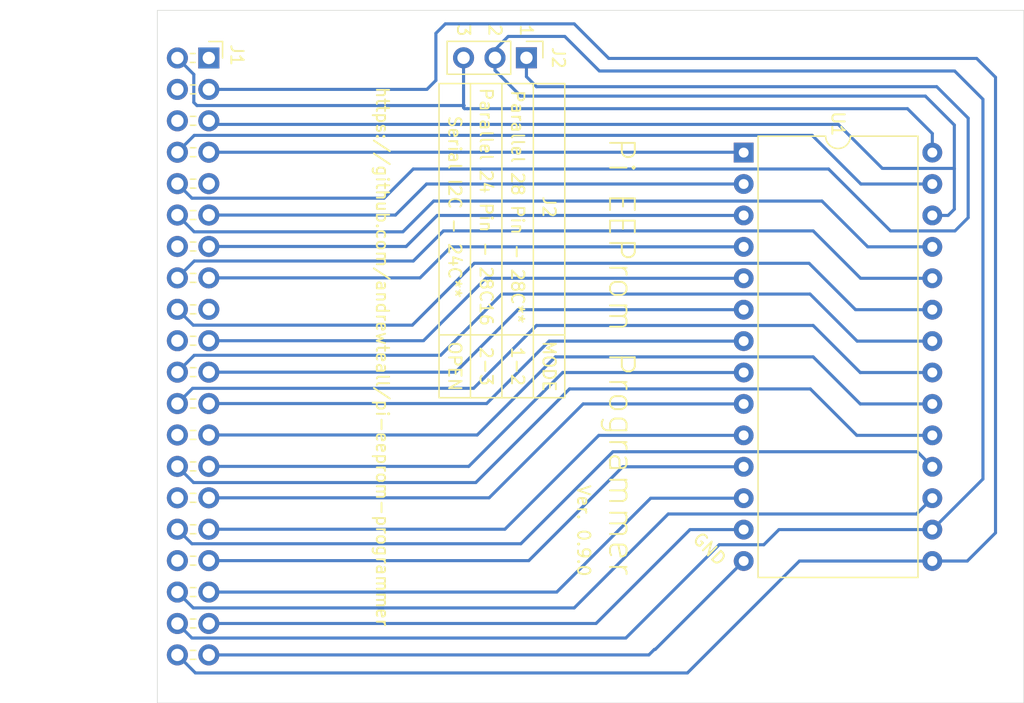
<source format=kicad_pcb>
(kicad_pcb (version 20211014) (generator pcbnew)
  (title_block (title "Pi EEPROM Programmer") (date "2023-08-08") (rev "0.9.0"))
  (layers (0 "F.Cu" signal) (31 "B.Cu" signal) (34 "B.Paste" user) (35 "F.Paste" user) (36 "B.SilkS" user "B.Silkscreen") (37 "F.SilkS" user "F.Silkscreen") (38 "B.Mask" user) (39 "F.Mask" user) (44 "Edge.Cuts" user))
  (net 0 "")
  (net 1 "3v3")
  (net 2 "5v")
  (net 3 "GND")
  (net 4 "#4")
  (net 5 "TXD")
  (net 6 "RXD")
  (net 7 "#17")
  (net 8 "#18")
  (net 9 "#27")
  (net 10 "#22")
  (net 11 "#23")
  (net 12 "#24")
  (net 13 "MOSI")
  (net 14 "MISO")
  (net 15 "#25")
  (net 16 "SCLK")
  (net 17 "CE0")
  (net 18 "CE1")
  (net 19 "EED")
  (net 20 "EEC")
  (net 21 "#5")
  (net 22 "#6")
  (net 23 "#12")
  (net 24 "#13")
  (net 25 "#19")
  (net 26 "#16")
  (net 27 "#26")
  (net 28 "#20")
  (net 29 "#21")
  (net 30 "GND1")
  (footprint "Connector_PinSocket_2.54mm:PinSocket_2x20_P2.54mm_Horizontal" (layer "F.Cu") (at 136.595201 44.9215)
    (fp_text reference "J1" (at 2.2748 -0.23 270 unlocked) (layer "F.SilkS"))
    (fp_text value "Raspberry Pi GPIO Connector")
    (fp_line (start -1.49 38.46) (end -1.05 38.46) (layer "F.SilkS") (width 0.12))
    (fp_line (start -1.49 9.8) (end -1.05 9.8) (layer "F.SilkS") (width 0.12))
    (fp_line (start -1.49 47.9) (end -1.05 47.9) (layer "F.SilkS") (width 0.12))
    (fp_line (start -1.49 30.12) (end -1.05 30.12) (layer "F.SilkS") (width 0.12))
    (fp_line (start -1.49 4.72) (end -1.05 4.72) (layer "F.SilkS") (width 0.12))
    (fp_line (start -1.49 32.66) (end -1.05 32.66) (layer "F.SilkS") (width 0.12))
    (fp_line (start -1.49 14.88) (end -1.05 14.88) (layer "F.SilkS") (width 0.12))
    (fp_line (start -1.49 5.44) (end -1.05 5.44) (layer "F.SilkS") (width 0.12))
    (fp_line (start -1.49 42.82) (end -1.05 42.82) (layer "F.SilkS") (width 0.12))
    (fp_line (start -1.49 23.22) (end -1.05 23.22) (layer "F.SilkS") (width 0.12))
    (fp_line (start -1.49 22.5) (end -1.05 22.5) (layer "F.SilkS") (width 0.12))
    (fp_line (start -1.49 27.58) (end -1.05 27.58) (layer "F.SilkS") (width 0.12))
    (fp_line (start -1.49 12.34) (end -1.05 12.34) (layer "F.SilkS") (width 0.12))
    (fp_line (start -1.49 45.36) (end -1.05 45.36) (layer "F.SilkS") (width 0.12))
    (fp_line (start -1.49 46.08) (end -1.05 46.08) (layer "F.SilkS") (width 0.12))
    (fp_line (start -1.49 20.68) (end -1.05 20.68) (layer "F.SilkS") (width 0.12))
    (fp_line (start -1.49 25.76) (end -1.05 25.76) (layer "F.SilkS") (width 0.12))
    (fp_line (start -1.49 37.74) (end -1.05 37.74) (layer "F.SilkS") (width 0.12))
    (fp_line (start -1.49 41) (end -1.05 41) (layer "F.SilkS") (width 0.12))
    (fp_line (start -1.49 25.04) (end -1.05 25.04) (layer "F.SilkS") (width 0.12))
    (fp_line (start -1.49 7.98) (end -1.05 7.98) (layer "F.SilkS") (width 0.12))
    (fp_line (start -1.49 13.06) (end -1.05 13.06) (layer "F.SilkS") (width 0.12))
    (fp_line (start 1.11 -1.33) (end 1.11 0) (layer "F.SilkS") (width 0.12))
    (fp_line (start -1.49 2.18) (end -1.05 2.18) (layer "F.SilkS") (width 0.12))
    (fp_line (start -1.49 43.54) (end -1.05 43.54) (layer "F.SilkS") (width 0.12))
    (fp_line (start -1.49 7.26) (end -1.05 7.26) (layer "F.SilkS") (width 0.12))
    (fp_line (start -1.49 30.84) (end -1.05 30.84) (layer "F.SilkS") (width 0.12))
    (fp_line (start -1.49 2.9) (end -1.05 2.9) (layer "F.SilkS") (width 0.12))
    (fp_line (start 0 -1.33) (end 1.11 -1.33) (layer "F.SilkS") (width 0.12))
    (fp_line (start -1.49 18.14) (end -1.05 18.14) (layer "F.SilkS") (width 0.12))
    (fp_line (start -1.49 35.2) (end -1.05 35.2) (layer "F.SilkS") (width 0.12))
    (fp_line (start -1.49 28.3) (end -1.05 28.3) (layer "F.SilkS") (width 0.12))
    (fp_line (start -1.49 15.6) (end -1.05 15.6) (layer "F.SilkS") (width 0.12))
    (fp_line (start -1.49 17.42) (end -1.05 17.42) (layer "F.SilkS") (width 0.12))
    (fp_line (start -1.49 19.96) (end -1.05 19.96) (layer "F.SilkS") (width 0.12))
    (fp_line (start -1.49 35.92) (end -1.05 35.92) (layer "F.SilkS") (width 0.12))
    (fp_line (start -1.49 10.52) (end -1.05 10.52) (layer "F.SilkS") (width 0.12))
    (fp_line (start -1.49 33.38) (end -1.05 33.38) (layer "F.SilkS") (width 0.12))
    (fp_line (start -1.49 0.36) (end -1.11 0.36) (layer "F.SilkS") (width 0.12))
    (fp_line (start -1.49 48.62) (end -1.05 48.62) (layer "F.SilkS") (width 0.12))
    (fp_line (start -1.49 -0.36) (end -1.11 -0.36) (layer "F.SilkS") (width 0.12))
    (fp_line (start -1.49 40.28) (end -1.05 40.28) (layer "F.SilkS") (width 0.12))
    (pad "1" thru_hole rect (at 0 0) (size 1.7 1.7) (drill 1) (layers *.Cu *.Mask) (net 1 "3v3"))
    (pad "2" thru_hole oval (at -2.54 0) (size 1.7 1.7) (drill 1) (layers *.Cu *.Mask) (net 2 "5v"))
    (pad "3" thru_hole oval (at 0 2.54) (size 1.7 1.7) (drill 1) (layers *.Cu *.Mask) (net 29 "#21"))
    (pad "4" thru_hole oval (at -2.54 2.54) (size 1.7 1.7) (drill 1) (layers *.Cu *.Mask))
    (pad "5" thru_hole oval (at 0 5.08) (size 1.7 1.7) (drill 1) (layers *.Cu *.Mask) (net 28 "#20"))
    (pad "6" thru_hole oval (at -2.54 5.08) (size 1.7 1.7) (drill 1) (layers *.Cu *.Mask))
    (pad "7" thru_hole oval (at 0 7.62) (size 1.7 1.7) (drill 1) (layers *.Cu *.Mask) (net 4 "#4"))
    (pad "8" thru_hole oval (at -2.54 7.62) (size 1.7 1.7) (drill 1) (layers *.Cu *.Mask) (net 5 "TXD"))
    (pad "9" thru_hole oval (at 0 10.16) (size 1.7 1.7) (drill 1) (layers *.Cu *.Mask))
    (pad "10" thru_hole oval (at -2.54 10.16) (size 1.7 1.7) (drill 1) (layers *.Cu *.Mask) (net 6 "RXD"))
    (pad "11" thru_hole oval (at 0 12.7) (size 1.7 1.7) (drill 1) (layers *.Cu *.Mask) (net 7 "#17"))
    (pad "12" thru_hole oval (at -2.54 12.7) (size 1.7 1.7) (drill 1) (layers *.Cu *.Mask) (net 8 "#18"))
    (pad "13" thru_hole oval (at 0 15.24) (size 1.7 1.7) (drill 1) (layers *.Cu *.Mask) (net 9 "#27"))
    (pad "14" thru_hole oval (at -2.54 15.24) (size 1.7 1.7) (drill 1) (layers *.Cu *.Mask))
    (pad "15" thru_hole oval (at 0 17.78) (size 1.7 1.7) (drill 1) (layers *.Cu *.Mask) (net 10 "#22"))
    (pad "16" thru_hole oval (at -2.54 17.78) (size 1.7 1.7) (drill 1) (layers *.Cu *.Mask) (net 11 "#23"))
    (pad "17" thru_hole oval (at 0 20.32) (size 1.7 1.7) (drill 1) (layers *.Cu *.Mask))
    (pad "18" thru_hole oval (at -2.54 20.32) (size 1.7 1.7) (drill 1) (layers *.Cu *.Mask) (net 12 "#24"))
    (pad "19" thru_hole oval (at 0 22.86) (size 1.7 1.7) (drill 1) (layers *.Cu *.Mask) (net 13 "MOSI"))
    (pad "20" thru_hole oval (at -2.54 22.86) (size 1.7 1.7) (drill 1) (layers *.Cu *.Mask))
    (pad "21" thru_hole oval (at 0 25.4) (size 1.7 1.7) (drill 1) (layers *.Cu *.Mask) (net 14 "MISO"))
    (pad "22" thru_hole oval (at -2.54 25.4) (size 1.7 1.7) (drill 1) (layers *.Cu *.Mask) (net 15 "#25"))
    (pad "23" thru_hole oval (at 0 27.94) (size 1.7 1.7) (drill 1) (layers *.Cu *.Mask) (net 16 "SCLK"))
    (pad "24" thru_hole oval (at -2.54 27.94) (size 1.7 1.7) (drill 1) (layers *.Cu *.Mask) (net 17 "CE0"))
    (pad "25" thru_hole oval (at 0 30.48) (size 1.7 1.7) (drill 1) (layers *.Cu *.Mask) (net 30 "GND1"))
    (pad "26" thru_hole oval (at -2.54 30.48) (size 1.7 1.7) (drill 1) (layers *.Cu *.Mask) (net 18 "CE1"))
    (pad "27" thru_hole oval (at 0 33.02) (size 1.7 1.7) (drill 1) (layers *.Cu *.Mask) (net 19 "EED"))
    (pad "28" thru_hole oval (at -2.54 33.02) (size 1.7 1.7) (drill 1) (layers *.Cu *.Mask) (net 20 "EEC"))
    (pad "29" thru_hole oval (at 0 35.56) (size 1.7 1.7) (drill 1) (layers *.Cu *.Mask) (net 21 "#5"))
    (pad "30" thru_hole oval (at -2.54 35.56) (size 1.7 1.7) (drill 1) (layers *.Cu *.Mask))
    (pad "31" thru_hole oval (at 0 38.1) (size 1.7 1.7) (drill 1) (layers *.Cu *.Mask) (net 22 "#6"))
    (pad "32" thru_hole oval (at -2.54 38.1) (size 1.7 1.7) (drill 1) (layers *.Cu *.Mask) (net 23 "#12"))
    (pad "33" thru_hole oval (at 0 40.64) (size 1.7 1.7) (drill 1) (layers *.Cu *.Mask) (net 24 "#13"))
    (pad "34" thru_hole oval (at -2.54 40.64) (size 1.7 1.7) (drill 1) (layers *.Cu *.Mask))
    (pad "35" thru_hole oval (at 0 43.18) (size 1.7 1.7) (drill 1) (layers *.Cu *.Mask) (net 25 "#19"))
    (pad "36" thru_hole oval (at -2.54 43.18) (size 1.7 1.7) (drill 1) (layers *.Cu *.Mask) (net 26 "#16"))
    (pad "37" thru_hole oval (at 0 45.72) (size 1.7 1.7) (drill 1) (layers *.Cu *.Mask) (net 27 "#26"))
    (pad "38" thru_hole oval (at -2.54 45.72) (size 1.7 1.7) (drill 1) (layers *.Cu *.Mask) (net 28 "#20"))
    (pad "39" thru_hole oval (at 0 48.26) (size 1.7 1.7) (drill 1) (layers *.Cu *.Mask) (net 3 "GND"))
    (pad "40" thru_hole oval (at -2.54 48.26) (size 1.7 1.7) (drill 1) (layers *.Cu *.Mask) (net 29 "#21"))
  )
  (footprint "Package_DIP:DIP-28_W15.24mm" (layer "F.Cu") (at 179.8066 52.5715)
    (fp_text reference "U1" (at 7.62 -2.33 270 unlocked) (layer "F.SilkS"))
    (fp_text value "ZIF Socket")
    (fp_line (start 14.08 34.35) (end 14.08 -1.33) (layer "F.SilkS") (width 0.12))
    (fp_line (start 14.08 -1.33) (end 8.62 -1.33) (layer "F.SilkS") (width 0.12))
    (fp_line (start 6.62 -1.33) (end 1.16 -1.33) (layer "F.SilkS") (width 0.12))
    (fp_line (start 1.16 -1.33) (end 1.16 34.35) (layer "F.SilkS") (width 0.12))
    (fp_line (start 1.16 34.35) (end 14.08 34.35) (layer "F.SilkS") (width 0.12))
    (fp_arc (start 8.62 -1.33) (mid 7.62 -0.33) (end 6.62 -1.33) (layer "F.SilkS") (width 0.12))
    (pad "1" thru_hole rect locked (at 0 0) (size 1.6 1.6) (drill 0.8) (layers *.Cu *.Mask) (net 4 "#4"))
    (pad "2" thru_hole oval locked (at 0 2.54) (size 1.6 1.6) (drill 0.8) (layers *.Cu *.Mask) (net 7 "#17"))
    (pad "3" thru_hole oval locked (at 0 5.08) (size 1.6 1.6) (drill 0.8) (layers *.Cu *.Mask) (net 9 "#27"))
    (pad "4" thru_hole oval locked (at 0 7.62) (size 1.6 1.6) (drill 0.8) (layers *.Cu *.Mask) (net 10 "#22"))
    (pad "5" thru_hole oval locked (at 0 10.16) (size 1.6 1.6) (drill 0.8) (layers *.Cu *.Mask) (net 13 "MOSI"))
    (pad "6" thru_hole oval locked (at 0 12.7) (size 1.6 1.6) (drill 0.8) (layers *.Cu *.Mask) (net 14 "MISO"))
    (pad "7" thru_hole oval locked (at 0 15.24) (size 1.6 1.6) (drill 0.8) (layers *.Cu *.Mask) (net 16 "SCLK"))
    (pad "8" thru_hole oval locked (at 0 17.78) (size 1.6 1.6) (drill 0.8) (layers *.Cu *.Mask) (net 19 "EED"))
    (pad "9" thru_hole oval locked (at 0 20.32) (size 1.6 1.6) (drill 0.8) (layers *.Cu *.Mask) (net 21 "#5"))
    (pad "10" thru_hole oval locked (at 0 22.86) (size 1.6 1.6) (drill 0.8) (layers *.Cu *.Mask) (net 22 "#6"))
    (pad "11" thru_hole oval locked (at 0 25.4) (size 1.6 1.6) (drill 0.8) (layers *.Cu *.Mask) (net 24 "#13"))
    (pad "12" thru_hole oval locked (at 0 27.94) (size 1.6 1.6) (drill 0.8) (layers *.Cu *.Mask) (net 25 "#19"))
    (pad "13" thru_hole oval locked (at 0 30.48) (size 1.6 1.6) (drill 0.8) (layers *.Cu *.Mask) (net 27 "#26"))
    (pad "14" thru_hole oval locked (at 0 33.02) (size 1.6 1.6) (drill 0.8) (layers *.Cu *.Mask) (net 3 "GND"))
    (pad "15" thru_hole oval locked (at 15.24 33.02) (size 1.6 1.6) (drill 0.8) (layers *.Cu *.Mask) (net 29 "#21"))
    (pad "16" thru_hole oval locked (at 15.24 30.48) (size 1.6 1.6) (drill 0.8) (layers *.Cu *.Mask) (net 28 "#20"))
    (pad "17" thru_hole oval locked (at 15.24 27.94) (size 1.6 1.6) (drill 0.8) (layers *.Cu *.Mask) (net 26 "#16"))
    (pad "18" thru_hole oval locked (at 15.24 25.4) (size 1.6 1.6) (drill 0.8) (layers *.Cu *.Mask) (net 23 "#12"))
    (pad "19" thru_hole oval locked (at 15.24 22.86) (size 1.6 1.6) (drill 0.8) (layers *.Cu *.Mask) (net 20 "EEC"))
    (pad "20" thru_hole oval locked (at 15.24 20.32) (size 1.6 1.6) (drill 0.8) (layers *.Cu *.Mask) (net 30 "GND1"))
    (pad "21" thru_hole oval locked (at 15.24 17.78) (size 1.6 1.6) (drill 0.8) (layers *.Cu *.Mask) (net 17 "CE0"))
    (pad "22" thru_hole oval locked (at 15.24 15.24) (size 1.6 1.6) (drill 0.8) (layers *.Cu *.Mask) (net 15 "#25"))
    (pad "23" thru_hole oval locked (at 15.24 12.7) (size 1.6 1.6) (drill 0.8) (layers *.Cu *.Mask) (net 12 "#24"))
    (pad "24" thru_hole oval locked (at 15.24 10.16) (size 1.6 1.6) (drill 0.8) (layers *.Cu *.Mask) (net 11 "#23"))
    (pad "25" thru_hole oval locked (at 15.24 7.62) (size 1.6 1.6) (drill 0.8) (layers *.Cu *.Mask) (net 8 "#18"))
    (pad "26" thru_hole oval locked (at 15.24 5.08) (size 1.6 1.6) (drill 0.8) (layers *.Cu *.Mask) (net 28 "#20"))
    (pad "27" thru_hole oval locked (at 15.24 2.54) (size 1.6 1.6) (drill 0.8) (layers *.Cu *.Mask) (net 5 "TXD"))
    (pad "28" thru_hole oval locked (at 15.24 0) (size 1.6 1.6) (drill 0.8) (layers *.Cu *.Mask) (net 2 "5v"))
  )
  (footprint "Connector_PinHeader_2.54mm:PinHeader_1x03_P2.54mm_Vertical" (layer "F.Cu") (at 162.2552 44.9072 -90)
    (fp_text reference "J2" (at 0 -2.584 -90 unlocked) (layer "F.SilkS"))
    (fp_text value "Conn_01x03")
    (fp_line (start 1.33 1.27) (end 1.33 6.41) (layer "F.SilkS") (width 0.12))
    (fp_line (start -1.33 6.41) (end 1.33 6.41) (layer "F.SilkS") (width 0.12))
    (fp_line (start -1.33 1.27) (end 1.33 1.27) (layer "F.SilkS") (width 0.12))
    (fp_line (start -1.33 1.27) (end -1.33 6.41) (layer "F.SilkS") (width 0.12))
    (fp_line (start -1.33 0) (end -1.33 -1.33) (layer "F.SilkS") (width 0.12))
    (fp_line (start -1.33 -1.33) (end 0 -1.33) (layer "F.SilkS") (width 0.12))
    (pad "1" thru_hole rect (at 0 0 270) (size 1.7 1.7) (drill 1) (layers *.Cu *.Mask) (net 6 "RXD"))
    (pad "2" thru_hole oval (at 0 2.54 270) (size 1.7 1.7) (drill 1) (layers *.Cu *.Mask) (net 28 "#20"))
    (pad "3" thru_hole oval (at 0 5.08 270) (size 1.7 1.7) (drill 1) (layers *.Cu *.Mask) (net 2 "5v"))
  )
  (gr_line (start 162.814 46.99) (end 162.814 72.39) (layer "F.SilkS") (width 0.12))
  (gr_rect (start 165.354 46.99) (end 155.194 72.39) (layer "F.SilkS") (width 0.12) (fill none))
  (gr_line (start 165.354 67.31) (end 155.194 67.31) (layer "F.SilkS") (width 0.12))
  (gr_line (start 157.734 72.39) (end 157.734 46.99) (layer "F.SilkS") (width 0.12))
  (gr_line (start 160.274 72.39) (end 160.274 46.99) (layer "F.SilkS") (width 0.12))
  (gr_rect (start 132.4356 41.0715) (end 202.4356 97.0715) (layer "Edge.Cuts") (width 0.05) (fill none))
  (gr_text "Pi EEProm Programmer" (at 169.926 69.0715 270) (layer "F.SilkS") (effects (font (size 2 2))))
  (gr_text "Parallel 28 Pin - 28C**" (at 161.544 56.959524 270) (layer "F.SilkS") (effects (font (size 1 1))))
  (gr_text "Ver. 0.9.0" (at 166.878 83.142929 270) (layer "F.SilkS") (effects (font (size 1 1))))
  (gr_text "GND" (at 177.038 84.6122 -45) (layer "F.SilkS") (effects (font (size 1 1))))
  (gr_text "2-3" (at 159.004 69.85 270) (layer "F.SilkS") (effects (font (size 1 1))))
  (gr_text "Parallel 24 Pin - 28C16" (at 159.004 56.959524 270) (layer "F.SilkS") (effects (font (size 1 1))))
  (gr_text "Serial I2C - 24C**" (at 156.464 56.959524 270) (layer "F.SilkS") (effects (font (size 1 1))))
  (gr_text "https://github.com/andrewteall/pi-eeprom-programmer" (at 150.622 69.0715 270) (layer "F.SilkS") (effects (font (size 1 1))))
  (gr_text "2" (at 159.7152 42.6882 270) (layer "F.SilkS") (effects (font (size 1 1))))
  (gr_text "3" (at 157.1752 42.6882 270) (layer "F.SilkS") (effects (font (size 1 1))))
  (gr_text "J2" (at 164.084 56.959524 270) (layer "F.SilkS") (effects (font (size 1 1))))
  (gr_text "1" (at 162.2552 42.6882 270) (layer "F.SilkS") (effects (font (size 1 1))))
  (gr_text "MODE" (at 164.084 69.85 270) (layer "F.SilkS") (effects (font (size 1 1))))
  (gr_text "1-2" (at 161.544 69.85 270) (layer "F.SilkS") (effects (font (size 1 1))))
  (gr_text "OPEN" (at 156.464 69.85 270) (layer "F.SilkS") (effects (font (size 1 1))))
  (segment (start 135.636 48.768) (end 157.226 48.768) (width 0.25) (layer "B.Cu") (net 2))
  (segment (start 195.0466 51.0286) (end 193.04 49.022) (width 0.25) (layer "B.Cu") (net 2))
  (segment (start 135.382 46.248299) (end 135.382 48.514) (width 0.25) (layer "B.Cu") (net 2))
  (segment (start 157.1752 48.9458) (end 157.1752 46.2788) (width 0.25) (layer "B.Cu") (net 2))
  (segment (start 135.382 48.514) (end 135.636 48.768) (width 0.25) (layer "B.Cu") (net 2))
  (segment (start 157.1752 46.2788) (end 157.1752 44.9072) (width 0.25) (layer "B.Cu") (net 2))
  (segment (start 193.04 49.022) (end 157.48 49.022) (width 0.25) (layer "B.Cu") (net 2))
  (segment (start 157.2514 49.022) (end 157.1752 48.9458) (width 0.25) (layer "B.Cu") (net 2))
  (segment (start 195.0466 52.5715) (end 195.0466 51.0286) (width 0.25) (layer "B.Cu") (net 2))
  (segment (start 134.055201 44.9215) (end 135.382 46.248299) (width 0.25) (layer "B.Cu") (net 2))
  (segment (start 157.48 49.022) (end 157.2514 49.022) (width 0.25) (layer "B.Cu") (net 2))
  (segment (start 172.593 92.7354) (end 172.6627 92.7354) (width 0.25) (layer "B.Cu") (net 3))
  (segment (start 136.595201 93.1815) (end 172.1469 93.1815) (width 0.25) (layer "B.Cu") (net 3))
  (segment (start 172.6627 92.7354) (end 179.8066 85.5915) (width 0.25) (layer "B.Cu") (net 3))
  (segment (start 172.1469 93.1815) (end 172.593 92.7354) (width 0.25) (layer "B.Cu") (net 3))
  (segment (start 136.595201 52.5415) (end 179.7766 52.5415) (width 0.25) (layer "B.Cu") (net 4))
  (segment (start 179.7766 52.5415) (end 179.8066 52.5715) (width 0.25) (layer "B.Cu") (net 4))
  (segment (start 189.2743 55.1115) (end 195.0466 55.1115) (width 0.25) (layer "B.Cu") (net 5))
  (segment (start 134.055201 52.5415) (end 135.420201 51.1765) (width 0.25) (layer "B.Cu") (net 5))
  (segment (start 135.420201 51.1765) (end 185.3393 51.1765) (width 0.25) (layer "B.Cu") (net 5))
  (segment (start 185.3393 51.1765) (end 189.2743 55.1115) (width 0.25) (layer "B.Cu") (net 5))
  (segment (start 163.068 47.244) (end 162.2552 46.4312) (width 0.25) (layer "B.Cu") (net 6))
  (segment (start 191.6684 58.9026) (end 196.8754 58.9026) (width 0.25) (layer "B.Cu") (net 6))
  (segment (start 150.7535 56.2565) (end 153.1112 53.8988) (width 0.25) (layer "B.Cu") (net 6))
  (segment (start 186.6646 53.8988) (end 191.6684 58.9026) (width 0.25) (layer "B.Cu") (net 6))
  (segment (start 197.9422 57.8358) (end 197.9422 49.784) (width 0.25) (layer "B.Cu") (net 6))
  (segment (start 195.4022 47.244) (end 163.068 47.244) (width 0.25) (layer "B.Cu") (net 6))
  (segment (start 196.8754 58.9026) (end 197.9422 57.8358) (width 0.25) (layer "B.Cu") (net 6))
  (segment (start 153.1112 53.8988) (end 186.6646 53.8988) (width 0.25) (layer "B.Cu") (net 6))
  (segment (start 197.9422 49.784) (end 195.4022 47.244) (width 0.25) (layer "B.Cu") (net 6))
  (segment (start 162.2552 46.4312) (end 162.2552 44.9072) (width 0.25) (layer "B.Cu") (net 6))
  (segment (start 134.055201 55.0815) (end 135.230201 56.2565) (width 0.25) (layer "B.Cu") (net 6))
  (segment (start 135.230201 56.2565) (end 150.7535 56.2565) (width 0.25) (layer "B.Cu") (net 6))
  (segment (start 136.595201 57.6215) (end 151.6745 57.6215) (width 0.25) (layer "B.Cu") (net 7))
  (segment (start 151.6745 57.6215) (end 154.1845 55.1115) (width 0.25) (layer "B.Cu") (net 7))
  (segment (start 154.1845 55.1115) (end 179.8066 55.1115) (width 0.25) (layer "B.Cu") (net 7))
  (segment (start 135.412501 58.9788) (end 152.273 58.9788) (width 0.25) (layer "B.Cu") (net 8))
  (segment (start 186.1312 56.4896) (end 189.8331 60.1915) (width 0.25) (layer "B.Cu") (net 8))
  (segment (start 134.055201 57.6215) (end 135.412501 58.9788) (width 0.25) (layer "B.Cu") (net 8))
  (segment (start 154.7622 56.4896) (end 186.1312 56.4896) (width 0.25) (layer "B.Cu") (net 8))
  (segment (start 189.8331 60.1915) (end 195.0466 60.1915) (width 0.25) (layer "B.Cu") (net 8))
  (segment (start 152.273 58.9788) (end 154.7622 56.4896) (width 0.25) (layer "B.Cu") (net 8))
  (segment (start 136.595201 60.1615) (end 152.5381 60.1615) (width 0.25) (layer "B.Cu") (net 9))
  (segment (start 155.0481 57.6515) (end 179.8066 57.6515) (width 0.25) (layer "B.Cu") (net 9))
  (segment (start 152.5381 60.1615) (end 155.0481 57.6515) (width 0.25) (layer "B.Cu") (net 9))
  (segment (start 153.6557 62.7015) (end 156.1657 60.1915) (width 0.25) (layer "B.Cu") (net 10))
  (segment (start 136.595201 62.7015) (end 153.6557 62.7015) (width 0.25) (layer "B.Cu") (net 10))
  (segment (start 156.1657 60.1915) (end 179.8066 60.1915) (width 0.25) (layer "B.Cu") (net 10))
  (segment (start 134.055201 62.7015) (end 135.420201 61.3365) (width 0.25) (layer "B.Cu") (net 11))
  (segment (start 189.2489 62.7315) (end 195.0466 62.7315) (width 0.25) (layer "B.Cu") (net 11))
  (segment (start 153.1157 61.3365) (end 155.5496 58.9026) (width 0.25) (layer "B.Cu") (net 11))
  (segment (start 185.42 58.9026) (end 189.2489 62.7315) (width 0.25) (layer "B.Cu") (net 11))
  (segment (start 135.420201 61.3365) (end 153.1157 61.3365) (width 0.25) (layer "B.Cu") (net 11))
  (segment (start 155.5496 58.9026) (end 185.42 58.9026) (width 0.25) (layer "B.Cu") (net 11))
  (segment (start 135.336301 66.5226) (end 153.035 66.5226) (width 0.25) (layer "B.Cu") (net 12))
  (segment (start 185.0898 61.5188) (end 188.8425 65.2715) (width 0.25) (layer "B.Cu") (net 12))
  (segment (start 158.0388 61.5188) (end 185.0898 61.5188) (width 0.25) (layer "B.Cu") (net 12))
  (segment (start 188.8425 65.2715) (end 195.0466 65.2715) (width 0.25) (layer "B.Cu") (net 12))
  (segment (start 153.035 66.5226) (end 158.0388 61.5188) (width 0.25) (layer "B.Cu") (net 12))
  (segment (start 134.055201 65.2415) (end 135.336301 66.5226) (width 0.25) (layer "B.Cu") (net 12))
  (segment (start 158.9851 62.7315) (end 179.8066 62.7315) (width 0.25) (layer "B.Cu") (net 13))
  (segment (start 153.9351 67.7815) (end 158.9851 62.7315) (width 0.25) (layer "B.Cu") (net 13))
  (segment (start 136.595201 67.7815) (end 153.9351 67.7815) (width 0.25) (layer "B.Cu") (net 13))
  (segment (start 161.5759 65.2715) (end 179.8066 65.2715) (width 0.25) (layer "B.Cu") (net 14))
  (segment (start 156.5259 70.3215) (end 161.5759 65.2715) (width 0.25) (layer "B.Cu") (net 14))
  (segment (start 136.595201 70.3215) (end 156.5259 70.3215) (width 0.25) (layer "B.Cu") (net 14))
  (segment (start 188.9695 67.8115) (end 195.0466 67.8115) (width 0.25) (layer "B.Cu") (net 15))
  (segment (start 134.055201 70.3215) (end 135.420201 68.9565) (width 0.25) (layer "B.Cu") (net 15))
  (segment (start 185.166 64.008) (end 188.9695 67.8115) (width 0.25) (layer "B.Cu") (net 15))
  (segment (start 160.274 64.008) (end 185.166 64.008) (width 0.25) (layer "B.Cu") (net 15))
  (segment (start 135.420201 68.9565) (end 155.3255 68.9565) (width 0.25) (layer "B.Cu") (net 15))
  (segment (start 155.3255 68.9565) (end 160.274 64.008) (width 0.25) (layer "B.Cu") (net 15))
  (segment (start 159.0405 72.8615) (end 164.0905 67.8115) (width 0.25) (layer "B.Cu") (net 16))
  (segment (start 164.0905 67.8115) (end 179.8066 67.8115) (width 0.25) (layer "B.Cu") (net 16))
  (segment (start 136.595201 72.8615) (end 159.0405 72.8615) (width 0.25) (layer "B.Cu") (net 16))
  (segment (start 185.42 66.548) (end 189.23 70.358) (width 0.25) (layer "B.Cu") (net 17))
  (segment (start 134.055201 72.8615) (end 135.288701 71.628) (width 0.25) (layer "B.Cu") (net 17))
  (segment (start 135.288701 71.628) (end 157.988 71.628) (width 0.25) (layer "B.Cu") (net 17))
  (segment (start 157.988 71.628) (end 163.068 66.548) (width 0.25) (layer "B.Cu") (net 17))
  (segment (start 163.068 66.548) (end 185.42 66.548) (width 0.25) (layer "B.Cu") (net 17))
  (segment (start 189.23 70.358) (end 189.2365 70.3515) (width 0.25) (layer "B.Cu") (net 17))
  (segment (start 189.2365 70.3515) (end 195.0466 70.3515) (width 0.25) (layer "B.Cu") (net 17))
  (segment (start 136.595201 77.9415) (end 157.5927 77.9415) (width 0.25) (layer "B.Cu") (net 19))
  (segment (start 165.1827 70.3515) (end 179.8066 70.3515) (width 0.25) (layer "B.Cu") (net 19))
  (segment (start 157.5927 77.9415) (end 165.1827 70.3515) (width 0.25) (layer "B.Cu") (net 19))
  (segment (start 185.1914 71.6788) (end 188.9441 75.4315) (width 0.25) (layer "B.Cu") (net 20))
  (segment (start 158.1658 79.248) (end 165.735 71.6788) (width 0.25) (layer "B.Cu") (net 20))
  (segment (start 135.361701 79.248) (end 158.1658 79.248) (width 0.25) (layer "B.Cu") (net 20))
  (segment (start 188.9441 75.4315) (end 195.0466 75.4315) (width 0.25) (layer "B.Cu") (net 20))
  (segment (start 165.735 71.6788) (end 185.1914 71.6788) (width 0.25) (layer "B.Cu") (net 20))
  (segment (start 134.055201 77.9415) (end 135.361701 79.248) (width 0.25) (layer "B.Cu") (net 20))
  (segment (start 159.2437 80.4815) (end 166.8337 72.8915) (width 0.25) (layer "B.Cu") (net 21))
  (segment (start 136.595201 80.4815) (end 159.2437 80.4815) (width 0.25) (layer "B.Cu") (net 21))
  (segment (start 166.8337 72.8915) (end 179.8066 72.8915) (width 0.25) (layer "B.Cu") (net 21))
  (segment (start 160.5137 83.0215) (end 168.1037 75.4315) (width 0.25) (layer "B.Cu") (net 22))
  (segment (start 168.1037 75.4315) (end 179.8066 75.4315) (width 0.25) (layer "B.Cu") (net 22))
  (segment (start 136.595201 83.0215) (end 160.5137 83.0215) (width 0.25) (layer "B.Cu") (net 22))
  (segment (start 193.8339 76.7588) (end 195.0466 77.9715) (width 0.25) (layer "B.Cu") (net 23))
  (segment (start 169.2402 76.7588) (end 193.8339 76.7588) (width 0.25) (layer "B.Cu") (net 23))
  (segment (start 135.230201 84.1965) (end 161.8025 84.1965) (width 0.25) (layer "B.Cu") (net 23))
  (segment (start 134.055201 83.0215) (end 135.230201 84.1965) (width 0.25) (layer "B.Cu") (net 23))
  (segment (start 161.8025 84.1965) (end 169.2402 76.7588) (width 0.25) (layer "B.Cu") (net 23))
  (segment (start 162.4441 85.5615) (end 170.0341 77.9715) (width 0.25) (layer "B.Cu") (net 24))
  (segment (start 170.0341 77.9715) (end 179.8066 77.9715) (width 0.25) (layer "B.Cu") (net 24))
  (segment (start 136.595201 85.5615) (end 162.4441 85.5615) (width 0.25) (layer "B.Cu") (net 24))
  (segment (start 164.7047 88.1015) (end 172.2947 80.5115) (width 0.25) (layer "B.Cu") (net 25))
  (segment (start 136.595201 88.1015) (end 164.7047 88.1015) (width 0.25) (layer "B.Cu") (net 25))
  (segment (start 172.2947 80.5115) (end 179.8066 80.5115) (width 0.25) (layer "B.Cu") (net 25))
  (segment (start 134.055201 88.1015) (end 135.336301 89.3826) (width 0.25) (layer "B.Cu") (net 26))
  (segment (start 135.336301 89.3826) (end 166.116 89.3826) (width 0.25) (layer "B.Cu") (net 26))
  (segment (start 193.7701 81.788) (end 195.0466 80.5115) (width 0.25) (layer "B.Cu") (net 26))
  (segment (start 166.116 89.3826) (end 173.7106 81.788) (width 0.25) (layer "B.Cu") (net 26))
  (segment (start 173.7106 81.788) (end 193.7701 81.788) (width 0.25) (layer "B.Cu") (net 26))
  (segment (start 167.8797 90.6415) (end 175.4697 83.0515) (width 0.25) (layer "B.Cu") (net 27))
  (segment (start 175.4697 83.0515) (end 179.8066 83.0515) (width 0.25) (layer "B.Cu") (net 27))
  (segment (start 136.595201 90.6415) (end 167.8797 90.6415) (width 0.25) (layer "B.Cu") (net 27))
  (segment (start 161.7726 48.006) (end 161.7726 47.9806) (width 0.25) (layer "B.Cu") (net 28))
  (segment (start 196.8246 50.3428) (end 194.4878 48.006) (width 0.25) (layer "B.Cu") (net 28))
  (segment (start 199.136 48.26) (end 199.136 78.9621) (width 0.25) (layer "B.Cu") (net 28))
  (segment (start 136.595201 50.0015) (end 136.885701 50.292) (width 0.25) (layer "B.Cu") (net 28))
  (segment (start 136.885701 50.292) (end 187.452 50.292) (width 0.25) (layer "B.Cu") (net 28))
  (segment (start 195.0466 57.6515) (end 196.3231 57.6515) (width 0.25) (layer "B.Cu") (net 28))
  (segment (start 196.8246 57.15) (end 196.8246 53.8734) (width 0.25) (layer "B.Cu") (net 28))
  (segment (start 194.4878 48.006) (end 161.7726 48.006) (width 0.25) (layer "B.Cu") (net 28))
  (segment (start 159.7152 44.9072) (end 159.7152 44.2468) (width 0.25) (layer "B.Cu") (net 28))
  (segment (start 168.148 45.974) (end 196.85 45.974) (width 0.25) (layer "B.Cu") (net 28))
  (segment (start 182.6579 83.0515) (end 195.0466 83.0515) (width 0.25) (layer "B.Cu") (net 28))
  (segment (start 196.8246 53.8734) (end 196.8246 50.3428) (width 0.25) (layer "B.Cu") (net 28))
  (segment (start 165.354 43.18) (end 168.148 45.974) (width 0.25) (layer "B.Cu") (net 28))
  (segment (start 196.7992 53.848) (end 196.8246 53.8734) (width 0.25) (layer "B.Cu") (net 28))
  (segment (start 196.3231 57.6515) (end 196.8246 57.15) (width 0.25) (layer "B.Cu") (net 28))
  (segment (start 177.8254 84.2772) (end 181.4322 84.2772) (width 0.25) (layer "B.Cu") (net 28))
  (segment (start 135.230201 91.8165) (end 170.2861 91.8165) (width 0.25) (layer "B.Cu") (net 28))
  (segment (start 159.7152 45.9232) (end 159.7152 44.9072) (width 0.25) (layer "B.Cu") (net 28))
  (segment (start 199.136 78.9621) (end 195.0466 83.0515) (width 0.25) (layer "B.Cu") (net 28))
  (segment (start 134.055201 90.6415) (end 135.230201 91.8165) (width 0.25) (layer "B.Cu") (net 28))
  (segment (start 196.85 45.974) (end 199.136 48.26) (width 0.25) (layer "B.Cu") (net 28))
  (segment (start 187.452 50.292) (end 191.008 53.848) (width 0.25) (layer "B.Cu") (net 28))
  (segment (start 170.2861 91.8165) (end 177.8254 84.2772) (width 0.25) (layer "B.Cu") (net 28))
  (segment (start 159.7152 44.2468) (end 160.782 43.18) (width 0.25) (layer "B.Cu") (net 28))
  (segment (start 191.008 53.848) (end 196.7992 53.848) (width 0.25) (layer "B.Cu") (net 28))
  (segment (start 161.7726 47.9806) (end 159.7152 45.9232) (width 0.25) (layer "B.Cu") (net 28))
  (segment (start 181.4322 84.2772) (end 182.6579 83.0515) (width 0.25) (layer "B.Cu") (net 28))
  (segment (start 160.782 43.18) (end 165.354 43.18) (width 0.25) (layer "B.Cu") (net 28))
  (segment (start 184.3089 85.5915) (end 195.0466 85.5915) (width 0.25) (layer "B.Cu") (net 29))
  (segment (start 135.514101 94.6404) (end 175.26 94.6404) (width 0.25) (layer "B.Cu") (net 29))
  (segment (start 154.94 42.926) (end 155.702 42.164) (width 0.25) (layer "B.Cu") (net 29))
  (segment (start 154.94 46.736) (end 154.94 42.926) (width 0.25) (layer "B.Cu") (net 29))
  (segment (start 200.152 83.312) (end 197.8725 85.5915) (width 0.25) (layer "B.Cu") (net 29))
  (segment (start 168.91 44.958) (end 198.628 44.958) (width 0.25) (layer "B.Cu") (net 29))
  (segment (start 197.8725 85.5915) (end 195.0466 85.5915) (width 0.25) (layer "B.Cu") (net 29))
  (segment (start 166.116 42.164) (end 168.91 44.958) (width 0.25) (layer "B.Cu") (net 29))
  (segment (start 200.152 46.482) (end 200.152 83.312) (width 0.25) (layer "B.Cu") (net 29))
  (segment (start 198.628 44.958) (end 200.152 46.482) (width 0.25) (layer "B.Cu") (net 29))
  (segment (start 154.2145 47.4615) (end 154.94 46.736) (width 0.25) (layer "B.Cu") (net 29))
  (segment (start 136.595201 47.4615) (end 154.2145 47.4615) (width 0.25) (layer "B.Cu") (net 29))
  (segment (start 155.702 42.164) (end 166.116 42.164) (width 0.25) (layer "B.Cu") (net 29))
  (segment (start 175.26 94.6404) (end 184.3089 85.5915) (width 0.25) (layer "B.Cu") (net 29))
  (segment (start 134.055201 93.1815) (end 135.514101 94.6404) (width 0.25) (layer "B.Cu") (net 29))
  (segment (start 136.595201 75.4015) (end 158.2785 75.4015) (width 0.25) (layer "B.Cu") (net 30))
  (segment (start 158.2785 75.4015) (end 164.592 69.088) (width 0.25) (layer "B.Cu") (net 30))
  (segment (start 164.592 69.088) (end 185.42 69.088) (width 0.25) (layer "B.Cu") (net 30))
  (segment (start 189.2235 72.8915) (end 195.0466 72.8915) (width 0.25) (layer "B.Cu") (net 30))
  (segment (start 185.42 69.088) (end 189.2235 72.8915) (width 0.25) (layer "B.Cu") (net 30))
)
</source>
